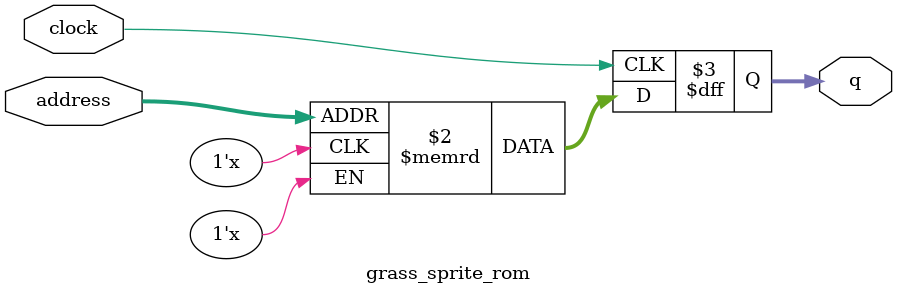
<source format=sv>
module grass_sprite_rom (
	input logic clock,
	input logic [10:0] address,
	output logic [2:0] q
);

logic [2:0] memory [0:1599] /* synthesis ram_init_file = "./grass_sprite/grass_sprite.mif" */;

always_ff @ (posedge clock) begin
	q <= memory[address];
end

endmodule

</source>
